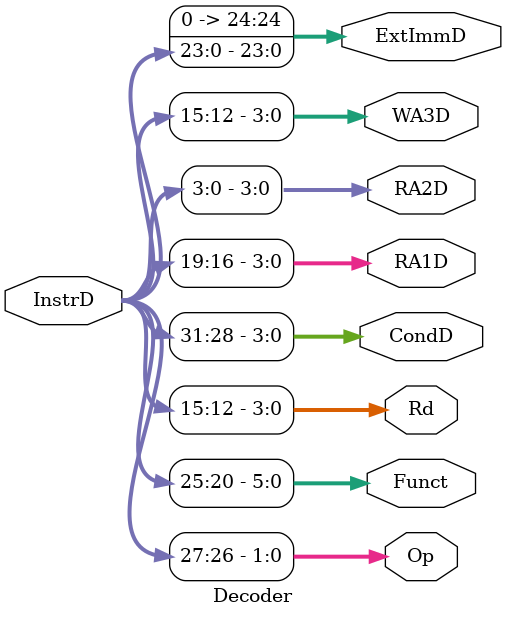
<source format=sv>
`timescale 1ns / 1ps

module Decoder #(parameter BITS = 32) (
	input logic [BITS-1:0] InstrD,
	output logic [1:0] Op,
	output logic [5:0] Funct,
	output logic [3:0] Rd,CondD,RA1D,RA2D,WA3D,
	output logic [24:0] ExtImmD);

	assign Op = InstrD[27:26];
	assign Funct = InstrD[25:20];
	assign Rd = InstrD[15:12];
	assign CondD = InstrD[31:28];
	assign RA1D = InstrD[19:16];
	assign RA2D = InstrD[3:0];
	assign WA3D = InstrD[15:12];
	assign ExtImmD = InstrD[23:0];

endmodule
</source>
